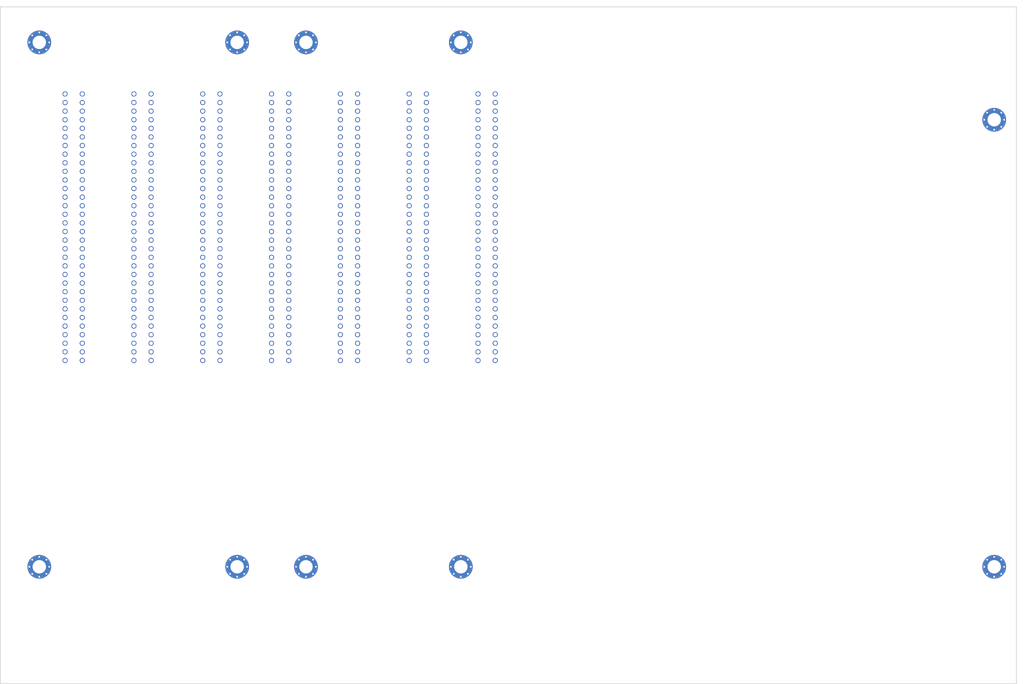
<source format=kicad_pcb>
(kicad_pcb (version 20241229) (generator "pcbnew") (generator_version "9.0")
  (layers (0 "F.Cu" signal) (2 "B.Cu" signal) (13 "F.Paste" user) (15 "B.Paste" user) (5 "F.SilkS" user "F.Silkscreen") (7 "B.SilkS" user "B.Silkscreen") (1 "F.Mask" user) (3 "B.Mask" user) (25 "Edge.Cuts" user))
  (net 0 "")
  (footprint "HOLE" (layer "F.Cu") (at 125.24 45.5)
    (property "Reference" "")
    (property "Value" "")
  )
  (footprint "Carbonz80_Library:8bISA_64pin" (layer "F.Cu") (at 76.9752 60.74)
    (property "Reference" "")
    (property "Value" "")
  )
  (footprint "Carbonz80_Library:8bISA_64pin" (layer "F.Cu") (at 56.6552 60.74)
    (property "Reference" "")
    (property "Value" "")
  )
  (footprint "HOLE" (layer "F.Cu") (at 328.44 68.36)
    (property "Reference" "")
    (property "Value" "")
  )
  (footprint "Carbonz80_Library:8bISA_64pin" (layer "F.Cu") (at 158.2552 60.74)
    (property "Reference" "")
    (property "Value" "")
  )
  (footprint "HOLE" (layer "F.Cu") (at 328.44 200.44)
    (property "Reference" "")
    (property "Value" "")
  )
  (footprint "Carbonz80_Library:8bISA_64pin" (layer "F.Cu") (at 178.5752 60.74)
    (property "Reference" "")
    (property "Value" "")
  )
  (footprint "HOLE" (layer "F.Cu") (at 104.92 200.44)
    (property "Reference" "")
    (property "Value" "")
  )
  (footprint "HOLE" (layer "F.Cu") (at 170.96 200.44)
    (property "Reference" "")
    (property "Value" "")
  )
  (footprint "HOLE" (layer "F.Cu") (at 46.5 200.44)
    (property "Reference" "")
    (property "Value" "")
  )
  (footprint "HOLE" (layer "F.Cu") (at 46.5 45.5)
    (property "Reference" "")
    (property "Value" "")
  )
  (footprint "Carbonz80_Library:8bISA_64pin" (layer "F.Cu") (at 117.6152 60.74)
    (property "Reference" "")
    (property "Value" "")
  )
  (footprint "Carbonz80_Library:8bISA_64pin" (layer "F.Cu") (at 137.9352 60.74)
    (property "Reference" "")
    (property "Value" "")
  )
  (footprint "HOLE" (layer "F.Cu") (at 125.24 200.44)
    (property "Reference" "")
    (property "Value" "")
  )
  (footprint "HOLE" (layer "F.Cu") (at 104.92 45.5)
    (property "Reference" "")
    (property "Value" "")
  )
  (footprint "Carbonz80_Library:8bISA_64pin" (layer "F.Cu") (at 97.2952 60.74)
    (property "Reference" "")
    (property "Value" "")
  )
  (footprint "HOLE" (layer "F.Cu") (at 170.96 45.5)
    (property "Reference" "")
    (property "Value" "")
  )
  (gr_rect (start 35 35) (end 335 235) (stroke (width 0.2)) (fill no) (layer "Edge.Cuts"))
)
</source>
